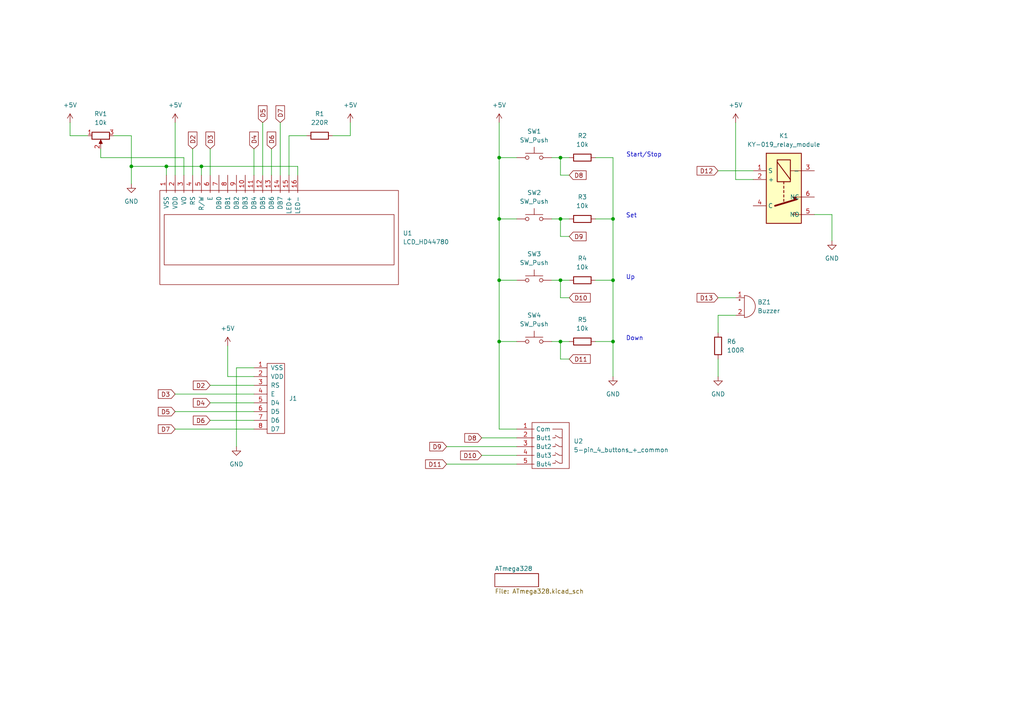
<source format=kicad_sch>
(kicad_sch (version 20211123) (generator eeschema)
  (paper "A4")
  (title_block (title "ardOnTImer-ATmega") (date "2022-09-09") (rev "0.2"))
  (lib_symbols
    (symbol "Device:Buzzer" (pin_names (offset 0.0254) hide)
      (property "Reference" "BZ" (at 3.81 1.27 0))
      (property "Value" "Buzzer" (at 3.81 -1.27 0))
      (symbol "Buzzer_0_1"
        (arc (start 0 -3.175) (mid 3.175 0) (end 0 3.175))
        (polyline (pts (xy -1.651 1.905) (xy -1.143 1.905)))
        (polyline (pts (xy -1.397 2.159) (xy -1.397 1.651)))
        (polyline (pts (xy 0 3.175) (xy 0 -3.175)))
      )
      (symbol "Buzzer_1_1"
        (pin passive line (at -2.54 2.54 0) (length 2.54) (name "-") (number "1"))
        (pin passive line (at -2.54 -2.54 0) (length 2.54) (name "+") (number "2"))
      )
    )
    (symbol "Device:R" (pin_numbers hide) (pin_names (offset 0))
      (property "Reference" "R" (at 2.032 0 90))
      (property "Value" "R" (at 0 0 90))
      (symbol "R_0_1"
        (rectangle (start -1.016 -2.54) (end 1.016 2.54) (stroke (width 0.254)))
      )
      (symbol "R_1_1"
        (pin passive line (at 0 3.81 270) (length 1.27) (name "~") (number "1"))
        (pin passive line (at 0 -3.81 90) (length 1.27) (name "~") (number "2"))
      )
    )
    (symbol "Device:R_Potentiometer" (pin_names (offset 1.016) hide)
      (property "Reference" "RV" (at -4.445 0 90))
      (property "Value" "R_Potentiometer" (at -2.54 0 90))
      (symbol "R_Potentiometer_0_1"
        (polyline (pts (xy 2.54 0) (xy 1.524 0)))
        (polyline (pts (xy 1.143 0) (xy 2.286 0.508) (xy 2.286 -0.508) (xy 1.143 0)) (fill (type outline)))
        (rectangle (start 1.016 2.54) (end -1.016 -2.54) (stroke (width 0.254)))
      )
      (symbol "R_Potentiometer_1_1"
        (pin passive line (at 0 3.81 270) (length 1.27) (name "1") (number "1"))
        (pin passive line (at 3.81 0 180) (length 1.27) (name "2") (number "2"))
        (pin passive line (at 0 -3.81 90) (length 1.27) (name "3") (number "3"))
      )
    )
    (symbol "My_Headers:5-pin_4_buttons_+_common"
      (property "Reference" "U" (at 5.08 3.175 0))
      (property "Value" "5-pin_4_buttons_+_common" (at 9.525 -12.7 0))
      (symbol "5-pin_4_buttons_+_common_0_1"
        (polyline (pts (xy 11.176 -1.778) (xy 12.446 -2.54)) (stroke (width 0.1524)))
        (polyline (pts (xy 10.414 -9.906) (xy 11.176 -9.906) (xy 11.176 -9.652)) (stroke (width 0.1524)))
        (polyline (pts (xy 10.414 -7.62) (xy 11.176 -7.62) (xy 11.176 -7.366)) (stroke (width 0.1524)))
        (polyline (pts (xy 10.414 -5.08) (xy 11.176 -5.08) (xy 11.176 -4.826)) (stroke (width 0.1524)))
        (polyline (pts (xy 10.414 -2.54) (xy 11.176 -2.54) (xy 11.176 -2.286)) (stroke (width 0.1524)))
        (polyline (pts (xy 11.176 -6.858) (xy 12.446 -7.62) (xy 13.208 -7.62)) (stroke (width 0.1524)))
        (polyline (pts (xy 12.446 -2.54) (xy 13.208 -2.54) (xy 13.208 -9.906)) (stroke (width 0.1524)))
        (polyline (pts (xy 13.208 -9.906) (xy 12.446 -9.906) (xy 11.176 -9.144)) (stroke (width 0.1524)))
        (polyline (pts (xy 13.208 -5.08) (xy 12.446 -5.08) (xy 11.176 -4.318)) (stroke (width 0.1524)))
        (polyline (pts (xy 13.208 -2.54) (xy 13.208 0) (xy 10.414 0)) (stroke (width 0.1524)))
        (polyline (pts (xy 4.445 1.905) (xy 15.24 1.905) (xy 15.24 -11.43) (xy 4.445 -11.43) (xy 4.445 1.905)) (stroke (width 0.1524)))
      )
      (symbol "5-pin_4_buttons_+_common_1_1"
        (pin input line (at 0 0 0) (length 5.08) (name "Com") (number "1"))
        (pin output line (at 0 -2.54 0) (length 5.08) (name "But1") (number "2"))
        (pin output line (at 0 -5.08 0) (length 5.08) (name "But2") (number "3"))
        (pin output line (at 0 -7.62 0) (length 5.08) (name "But3") (number "4"))
        (pin output line (at 0 -10.16 0) (length 5.08) (name "But4") (number "5"))
      )
    )
    (symbol "My_Headers:8-pin_header_LCD_interface" (pin_names (offset 1.016))
      (property "Reference" "J" (at 0 10.16 0))
      (symbol "8-pin_header_LCD_interface_0_1"
        (rectangle (start -1.27 8.89) (end 3.81 -11.43))
      )
      (symbol "8-pin_header_LCD_interface_1_1"
        (pin input line (at -5.08 7.62 0) (length 3.81) (name "VSS") (number "1"))
        (pin input line (at -5.08 5.08 0) (length 3.81) (name "VDD") (number "2"))
        (pin input line (at -5.08 2.54 0) (length 3.81) (name "RS") (number "3"))
        (pin input line (at -5.08 0 0) (length 3.81) (name "E") (number "4"))
        (pin input line (at -5.08 -2.54 0) (length 3.81) (name "D4") (number "5"))
        (pin input line (at -5.08 -5.08 0) (length 3.81) (name "D5") (number "6"))
        (pin input line (at -5.08 -7.62 0) (length 3.81) (name "D6") (number "7"))
        (pin input line (at -5.08 -10.16 0) (length 3.81) (name "D7") (number "8"))
      )
    )
    (symbol "My_Headers:LCD_HD44780" (pin_names (offset 1.016))
      (property "Reference" "U" (at 54.61 -2.54 0))
      (property "Value" "LCD_HD44780" (at 6.35 -33.655 0))
      (symbol "LCD_HD44780_0_1"
        (rectangle (start -0.635 -11.43) (end 66.04 -26.035))
        (polyline (pts (xy -1.905 -4.445) (xy 67.31 -4.445) (xy 67.31 -31.75) (xy -1.905 -31.75) (xy -1.905 -4.445)))
      )
      (symbol "LCD_HD44780_1_1"
        (pin input line (at 0 0 270) (length 5.08) (name "VSS") (number "1"))
        (pin input line (at 22.86 0 270) (length 5.08) (name "DB3") (number "10"))
        (pin input line (at 25.4 0 270) (length 5.08) (name "DB4") (number "11"))
        (pin input line (at 27.94 0 270) (length 5.08) (name "DB5") (number "12"))
        (pin input line (at 30.48 0 270) (length 5.08) (name "DB6") (number "13"))
        (pin input line (at 33.02 0 270) (length 5.08) (name "DB7") (number "14"))
        (pin input line (at 35.56 0 270) (length 5.08) (name "LED+") (number "15"))
        (pin input line (at 38.1 0 270) (length 5.08) (name "LED-") (number "16"))
        (pin input line (at 2.54 0 270) (length 5.08) (name "VDD") (number "2"))
        (pin input line (at 5.08 0 270) (length 5.08) (name "VO") (number "3"))
        (pin input line (at 7.62 0 270) (length 5.08) (name "RS") (number "4"))
        (pin input line (at 10.16 0 270) (length 5.08) (name "R/W") (number "5"))
        (pin input line (at 12.7 0 270) (length 5.08) (name "E") (number "6"))
        (pin input line (at 15.24 0 270) (length 5.08) (name "DB0") (number "7"))
        (pin input line (at 17.78 0 270) (length 5.08) (name "DB1") (number "8"))
        (pin input line (at 20.32 0 270) (length 5.08) (name "DB2") (number "9"))
      )
    )
    (symbol "My_Parts:KY-019_relay_module"
      (property "Reference" "K" (at 4.445 6.35 0))
      (property "Value" "KY-019_relay_module" (at -2.54 -17.145 0))
      (symbol "KY-019_relay_module_0_0"
        (polyline (pts (xy 13.97 -12.7) (xy 11.43 -12.7) (xy 12.065 -12.065) (xy 12.7 -12.7)))
      )
      (symbol "KY-019_relay_module_0_1"
        (polyline (pts (xy 6.35 -10.16) (xy 12.7 -8.255)) (stroke (width 0.508)))
        (polyline (pts (xy 6.985 2.54) (xy 10.795 -2.54)) (stroke (width 0.254)))
        (polyline (pts (xy 8.89 -8.255) (xy 8.89 -8.89)) (stroke (width 0.254)))
        (polyline (pts (xy 8.89 -6.985) (xy 8.89 -7.62)) (stroke (width 0.254)))
        (polyline (pts (xy 8.89 -5.715) (xy 8.89 -6.35)) (stroke (width 0.254)))
        (polyline (pts (xy 8.89 -4.445) (xy 8.89 -5.08)) (stroke (width 0.254)))
        (polyline (pts (xy 8.89 -3.175) (xy 8.89 -3.81)) (stroke (width 0.254)))
        (polyline (pts (xy 13.97 0) (xy 10.795 0)))
        (polyline (pts (xy 13.97 -7.62) (xy 11.43 -7.62) (xy 12.065 -8.255) (xy 12.7 -7.62)) (fill (type outline)))
        (rectangle (start 10.795 3.175) (end 6.985 -3.175) (stroke (width 0.254)))
        (rectangle (start 13.97 5.08) (end 3.81 -15.24) (stroke (width 0.254)) (fill (type background)))
      )
      (symbol "KY-019_relay_module_1_1"
        (pin input line (at 0 0 0) (length 3.81) (name "S") (number "1"))
        (pin power_in line (at 0 -2.54 0) (length 3.81) (name "+") (number "2"))
        (pin power_in line (at 17.78 0 180) (length 3.81) (name "-") (number "3"))
        (pin passive line (at 0 -10.16 0) (length 3.81) (name "C") (number "4"))
        (pin passive line (at 17.78 -12.7 180) (length 3.81) (name "NO") (number "5"))
        (pin passive line (at 17.78 -7.62 180) (length 3.81) (name "NC") (number "6"))
      )
    )
    (symbol "Switch:SW_Push" (pin_numbers hide) (pin_names (offset 1.016) hide)
      (property "Reference" "SW" (at 1.27 2.54 0))
      (property "Value" "SW_Push" (at 0 -1.524 0))
      (symbol "SW_Push_0_1"
        (circle (center -2.032 0) (radius 0.508))
        (polyline (pts (xy 0 1.27) (xy 0 3.048)))
        (polyline (pts (xy 2.54 1.27) (xy -2.54 1.27)))
        (circle (center 2.032 0) (radius 0.508))
        (pin passive line (at -5.08 0 0) (length 2.54) (name "1") (number "1"))
        (pin passive line (at 5.08 0 180) (length 2.54) (name "2") (number "2"))
      )
    )
    (symbol "power:+5V" (power) (pin_names (offset 0))
      (property "Value" "+5V" (at 0 3.556 0))
      (symbol "+5V_0_1"
        (polyline (pts (xy -0.762 1.27) (xy 0 2.54)))
        (polyline (pts (xy 0 0) (xy 0 2.54)))
        (polyline (pts (xy 0 2.54) (xy 0.762 1.27)))
      )
      (symbol "+5V_1_1"
        (pin power_in line (at 0 0 90) (length 0) hide (name "+5V") (number "1"))
      )
    )
    (symbol "power:GND" (power) (pin_names (offset 0))
      (property "Value" "GND" (at 0 -3.81 0))
      (symbol "GND_0_1"
        (polyline (pts (xy 0 0) (xy 0 -1.27) (xy 1.27 -1.27) (xy 0 -2.54) (xy -1.27 -1.27) (xy 0 -1.27)))
      )
      (symbol "GND_1_1"
        (pin power_in line (at 0 0 270) (length 0) hide (name "GND") (number "1"))
      )
    )
  )
  (junction (at 162.56 81.28))
  (junction (at 162.56 63.5))
  (junction (at 144.78 45.72))
  (junction (at 177.8 63.5))
  (junction (at 48.26 48.26))
  (junction (at 177.8 81.28))
  (junction (at 144.78 63.5))
  (junction (at 144.78 99.06))
  (junction (at 38.1 48.26))
  (junction (at 58.42 48.26))
  (junction (at 162.56 99.06))
  (junction (at 177.8 99.06))
  (junction (at 162.56 45.72))
  (junction (at 144.78 81.28))
  (wire (pts (xy 129.54 129.54) (xy 149.86 129.54)))
  (wire (pts (xy 165.1 50.8) (xy 162.56 50.8)))
  (wire (pts (xy 144.78 99.06) (xy 144.78 81.28)))
  (wire (pts (xy 86.36 48.26) (xy 86.36 50.8)))
  (wire (pts (xy 73.66 106.68) (xy 68.58 106.68)))
  (wire (pts (xy 73.66 43.18) (xy 73.66 50.8)))
  (wire (pts (xy 76.2 35.56) (xy 76.2 50.8)))
  (wire (pts (xy 139.7 132.08) (xy 149.86 132.08)))
  (wire (pts (xy 83.82 39.37) (xy 83.82 50.8)))
  (wire (pts (xy 50.8 119.38) (xy 73.66 119.38)))
  (wire (pts (xy 33.02 39.37) (xy 38.1 39.37)))
  (wire (pts (xy 129.54 134.62) (xy 149.86 134.62)))
  (wire (pts (xy 53.34 50.8) (xy 53.34 45.72)))
  (wire (pts (xy 218.44 52.07) (xy 213.36 52.07)))
  (wire (pts (xy 172.72 81.28) (xy 177.8 81.28)))
  (wire (pts (xy 29.21 45.72) (xy 29.21 43.18)))
  (wire (pts (xy 165.1 86.36) (xy 162.56 86.36)))
  (wire (pts (xy 162.56 63.5) (xy 165.1 63.5)))
  (wire (pts (xy 213.36 91.44) (xy 208.28 91.44)))
  (wire (pts (xy 160.02 63.5) (xy 162.56 63.5)))
  (wire (pts (xy 58.42 48.26) (xy 86.36 48.26)))
  (wire (pts (xy 48.26 48.26) (xy 58.42 48.26)))
  (wire (pts (xy 241.3 69.85) (xy 241.3 62.23)))
  (wire (pts (xy 55.88 43.18) (xy 55.88 50.8)))
  (wire (pts (xy 38.1 39.37) (xy 38.1 48.26)))
  (wire (pts (xy 73.66 109.22) (xy 66.04 109.22)))
  (wire (pts (xy 172.72 63.5) (xy 177.8 63.5)))
  (wire (pts (xy 213.36 52.07) (xy 213.36 35.56)))
  (wire (pts (xy 177.8 45.72) (xy 172.72 45.72)))
  (wire (pts (xy 162.56 99.06) (xy 165.1 99.06)))
  (wire (pts (xy 50.8 124.46) (xy 73.66 124.46)))
  (wire (pts (xy 172.72 99.06) (xy 177.8 99.06)))
  (wire (pts (xy 58.42 48.26) (xy 58.42 50.8)))
  (wire (pts (xy 144.78 63.5) (xy 144.78 45.72)))
  (wire (pts (xy 208.28 91.44) (xy 208.28 96.52)))
  (wire (pts (xy 160.02 45.72) (xy 162.56 45.72)))
  (wire (pts (xy 162.56 104.14) (xy 162.56 99.06)))
  (wire (pts (xy 50.8 114.3) (xy 73.66 114.3)))
  (wire (pts (xy 38.1 48.26) (xy 48.26 48.26)))
  (wire (pts (xy 160.02 99.06) (xy 162.56 99.06)))
  (wire (pts (xy 60.96 111.76) (xy 73.66 111.76)))
  (wire (pts (xy 144.78 81.28) (xy 149.86 81.28)))
  (wire (pts (xy 60.96 43.18) (xy 60.96 50.8)))
  (wire (pts (xy 177.8 63.5) (xy 177.8 45.72)))
  (wire (pts (xy 139.7 127) (xy 149.86 127)))
  (wire (pts (xy 165.1 104.14) (xy 162.56 104.14)))
  (wire (pts (xy 144.78 124.46) (xy 144.78 99.06)))
  (wire (pts (xy 177.8 99.06) (xy 177.8 81.28)))
  (wire (pts (xy 162.56 81.28) (xy 165.1 81.28)))
  (wire (pts (xy 144.78 63.5) (xy 149.86 63.5)))
  (wire (pts (xy 149.86 99.06) (xy 144.78 99.06)))
  (wire (pts (xy 48.26 50.8) (xy 48.26 48.26)))
  (wire (pts (xy 241.3 62.23) (xy 236.22 62.23)))
  (wire (pts (xy 66.04 109.22) (xy 66.04 100.33)))
  (wire (pts (xy 160.02 81.28) (xy 162.56 81.28)))
  (wire (pts (xy 177.8 81.28) (xy 177.8 63.5)))
  (wire (pts (xy 162.56 86.36) (xy 162.56 81.28)))
  (wire (pts (xy 20.32 39.37) (xy 20.32 35.56)))
  (wire (pts (xy 165.1 68.58) (xy 162.56 68.58)))
  (wire (pts (xy 50.8 35.56) (xy 50.8 50.8)))
  (wire (pts (xy 162.56 50.8) (xy 162.56 45.72)))
  (wire (pts (xy 60.96 116.84) (xy 73.66 116.84)))
  (wire (pts (xy 60.96 121.92) (xy 73.66 121.92)))
  (wire (pts (xy 208.28 49.53) (xy 218.44 49.53)))
  (wire (pts (xy 78.74 43.18) (xy 78.74 50.8)))
  (wire (pts (xy 162.56 68.58) (xy 162.56 63.5)))
  (wire (pts (xy 162.56 45.72) (xy 165.1 45.72)))
  (wire (pts (xy 29.21 45.72) (xy 53.34 45.72)))
  (wire (pts (xy 177.8 99.06) (xy 177.8 109.22)))
  (wire (pts (xy 144.78 45.72) (xy 149.86 45.72)))
  (wire (pts (xy 208.28 86.36) (xy 213.36 86.36)))
  (wire (pts (xy 149.86 124.46) (xy 144.78 124.46)))
  (wire (pts (xy 81.28 35.56) (xy 81.28 50.8)))
  (wire (pts (xy 101.6 35.56) (xy 101.6 39.37)))
  (wire (pts (xy 101.6 39.37) (xy 96.52 39.37)))
  (wire (pts (xy 144.78 35.56) (xy 144.78 45.72)))
  (wire (pts (xy 38.1 48.26) (xy 38.1 53.34)))
  (wire (pts (xy 208.28 104.14) (xy 208.28 109.22)))
  (wire (pts (xy 25.4 39.37) (xy 20.32 39.37)))
  (wire (pts (xy 144.78 81.28) (xy 144.78 63.5)))
  (wire (pts (xy 68.58 106.68) (xy 68.58 129.54)))
  (wire (pts (xy 88.9 39.37) (xy 83.82 39.37)))
  (text "Start/Stop" (at 181.61 45.72 0) (effects (font (size 1.27 1.27)) (justify left bottom)))
  (text "Up" (at 181.5228 81.242 0) (effects (font (size 1.27 1.27)) (justify left bottom)))
  (text "Down" (at 181.5228 98.9639 0) (effects (font (size 1.27 1.27)) (justify left bottom)))
  (text "Set" (at 181.5228 63.3646 0) (effects (font (size 1.27 1.27)) (justify left bottom)))
  (global_label "D5" (shape input) (at 50.8 119.38 180) (property "Intersheet References" "${INTERSHEET_REFS}" (effects hide)))
  (global_label "D7" (shape input) (at 81.28 35.56 90) (property "Intersheet References" "${INTERSHEET_REFS}" (effects hide)))
  (global_label "D3" (shape input) (at 60.96 43.18 90) (property "Intersheet References" "${INTERSHEET_REFS}" (effects hide)))
  (global_label "D6" (shape input) (at 78.74 43.18 90) (property "Intersheet References" "${INTERSHEET_REFS}" (effects hide)))
  (global_label "D11" (shape input) (at 165.1 104.14 0) (property "Intersheet References" "${INTERSHEET_REFS}" (effects hide)))
  (global_label "D8" (shape input) (at 139.7 127 180) (property "Intersheet References" "${INTERSHEET_REFS}" (effects hide)))
  (global_label "D13" (shape input) (at 208.28 86.36 180) (property "Intersheet References" "${INTERSHEET_REFS}" (effects hide)))
  (global_label "D7" (shape input) (at 50.8 124.46 180) (property "Intersheet References" "${INTERSHEET_REFS}" (effects hide)))
  (global_label "D10" (shape input) (at 139.7 132.08 180) (property "Intersheet References" "${INTERSHEET_REFS}" (effects hide)))
  (global_label "D4" (shape input) (at 60.96 116.84 180) (property "Intersheet References" "${INTERSHEET_REFS}" (effects hide)))
  (global_label "D5" (shape input) (at 76.2 35.56 90) (property "Intersheet References" "${INTERSHEET_REFS}" (effects hide)))
  (global_label "D11" (shape input) (at 129.54 134.62 180) (property "Intersheet References" "${INTERSHEET_REFS}" (effects hide)))
  (global_label "D8" (shape input) (at 165.1 50.8 0) (property "Intersheet References" "${INTERSHEET_REFS}" (effects hide)))
  (global_label "D9" (shape input) (at 165.1 68.58 0) (property "Intersheet References" "${INTERSHEET_REFS}" (effects hide)))
  (global_label "D3" (shape input) (at 50.8 114.3 180) (property "Intersheet References" "${INTERSHEET_REFS}" (effects hide)))
  (global_label "D2" (shape input) (at 60.96 111.76 180) (property "Intersheet References" "${INTERSHEET_REFS}" (effects hide)))
  (global_label "D2" (shape input) (at 55.88 43.18 90) (property "Intersheet References" "${INTERSHEET_REFS}" (effects hide)))
  (global_label "D12" (shape input) (at 208.28 49.53 180) (property "Intersheet References" "${INTERSHEET_REFS}" (effects hide)))
  (global_label "D6" (shape input) (at 60.96 121.92 180) (property "Intersheet References" "${INTERSHEET_REFS}" (effects hide)))
  (global_label "D10" (shape input) (at 165.1 86.36 0) (property "Intersheet References" "${INTERSHEET_REFS}" (effects hide)))
  (global_label "D9" (shape input) (at 129.54 129.54 180) (property "Intersheet References" "${INTERSHEET_REFS}" (effects hide)))
  (global_label "D4" (shape input) (at 73.66 43.18 90) (property "Intersheet References" "${INTERSHEET_REFS}" (effects hide)))
  (symbol (lib_id "power:+5V") (at 50.8 35.56 0) (unit 1)
    (property "Reference" "#PWR03" (effects hide))
    (property "Value" "+5V" (at 50.8 30.48 0))
  )
  (symbol (lib_id "My_Headers:LCD_HD44780") (at 48.26 50.8 0) (unit 1)
    (property "Reference" "U1" (at 116.84 67.6274 0) (effects (justify left)))
    (property "Value" "LCD_HD44780" (at 116.84 70.1674 0) (effects (justify left)))
    (property "Footprint" "My_Parts:LCD_HD44780_16x2_w_headers_large" (effects hide))
  )
  (symbol (lib_id "My_Headers:8-pin_header_LCD_interface") (at 78.74 114.3 0) (unit 1)
    (property "Reference" "J1" (at 83.82 115.5699 0) (effects (justify left)))
    (property "Value" "8-pin_header_LCD_interface" (effects hide))
    (property "Footprint" "My_Headers:8-pin JST LCD" (effects hide))
  )
  (symbol (lib_id "Device:R") (at 168.91 81.28 90) (unit 1)
    (property "Reference" "R4" (at 168.91 74.93 90))
    (property "Value" "10k" (at 168.91 77.47 90))
    (property "Footprint" "My_Misc:R_Axial_DIN0207_L6.3mm_D2.5mm_P10.16mm_Horizontal_larger_pads" (effects hide))
  )
  (symbol (lib_id "Device:R_Potentiometer") (at 29.21 39.37 90) (mirror x) (unit 1)
    (property "Reference" "RV1" (at 29.21 33.02 90))
    (property "Value" "10k" (at 29.21 35.56 90))
    (property "Footprint" "My_Misc:Potentiometer_Bourns_3339P_Vertical_large" (effects hide))
  )
  (symbol (lib_id "Switch:SW_Push") (at 154.94 81.28 0) (unit 1)
    (property "Reference" "SW3" (at 154.94 73.66 0))
    (property "Value" "SW_Push" (at 154.94 76.2 0))
    (property "Footprint" "My_Misc:SW_PUSH_6mm_large" (effects hide))
  )
  (symbol (lib_id "power:+5V") (at 101.6 35.56 0) (unit 1)
    (property "Reference" "#PWR06" (effects hide))
    (property "Value" "+5V" (at 101.6 30.48 0))
  )
  (symbol (lib_id "My_Headers:5-pin_4_buttons_+_common") (at 149.86 124.46 0) (unit 1)
    (property "Reference" "U2" (at 166.37 127.9524 0) (effects (justify left)))
    (property "Value" "5-pin_4_buttons_+_common" (at 166.37 130.4924 0) (effects (justify left)))
    (property "Footprint" "My_Headers:5-pin JST 4 buttons + common" (effects hide))
  )
  (symbol (lib_id "power:GND") (at 241.3 69.85 0) (unit 1)
    (property "Reference" "#PWR011" (effects hide))
    (property "Value" "GND" (at 241.3 74.93 0))
  )
  (symbol (lib_id "power:GND") (at 208.28 109.22 0) (unit 1)
    (property "Reference" "#PWR09" (effects hide))
    (property "Value" "GND" (at 208.28 114.3 0))
  )
  (symbol (lib_id "power:+5V") (at 20.32 35.56 0) (unit 1)
    (property "Reference" "#PWR01" (effects hide))
    (property "Value" "+5V" (at 20.32 30.48 0))
  )
  (symbol (lib_id "Device:R") (at 168.91 63.5 90) (unit 1)
    (property "Reference" "R3" (at 168.91 57.15 90))
    (property "Value" "10k" (at 168.91 59.69 90))
    (property "Footprint" "My_Misc:R_Axial_DIN0207_L6.3mm_D2.5mm_P10.16mm_Horizontal_larger_pads" (effects hide))
  )
  (symbol (lib_id "Device:R") (at 92.71 39.37 90) (unit 1)
    (property "Reference" "R1" (at 92.71 33.02 90))
    (property "Value" "220R" (at 92.71 35.56 90))
    (property "Footprint" "My_Misc:R_Axial_DIN0207_L6.3mm_D2.5mm_P10.16mm_Horizontal_larger_pads" (effects hide))
  )
  (symbol (lib_id "Switch:SW_Push") (at 154.94 45.72 0) (unit 1)
    (property "Reference" "SW1" (at 154.94 38.1 0))
    (property "Value" "SW_Push" (at 154.94 40.64 0))
    (property "Footprint" "My_Misc:SW_PUSH_6mm_large" (effects hide))
  )
  (symbol (lib_id "Device:R") (at 208.28 100.33 0) (unit 1)
    (property "Reference" "R6" (at 210.82 99.0599 0) (effects (justify left)))
    (property "Value" "100R" (at 210.82 101.5999 0) (effects (justify left)))
    (property "Footprint" "My_Misc:R_Axial_DIN0207_L6.3mm_D2.5mm_P10.16mm_Horizontal_larger_pads" (effects hide))
  )
  (symbol (lib_id "Switch:SW_Push") (at 154.94 99.06 0) (unit 1)
    (property "Reference" "SW4" (at 154.94 91.44 0))
    (property "Value" "SW_Push" (at 154.94 93.98 0))
    (property "Footprint" "My_Misc:SW_PUSH_6mm_large" (effects hide))
  )
  (symbol (lib_id "Device:R") (at 168.91 45.72 90) (unit 1)
    (property "Reference" "R2" (at 168.91 39.37 90))
    (property "Value" "10k" (at 168.91 41.91 90))
    (property "Footprint" "My_Misc:R_Axial_DIN0207_L6.3mm_D2.5mm_P10.16mm_Horizontal_larger_pads" (effects hide))
  )
  (symbol (lib_id "power:GND") (at 38.1 53.34 0) (unit 1)
    (property "Reference" "#PWR02" (effects hide))
    (property "Value" "GND" (at 38.1 58.42 0))
  )
  (symbol (lib_id "My_Parts:KY-019_relay_module") (at 218.44 49.53 0) (unit 1)
    (property "Reference" "K1" (at 227.33 39.37 0))
    (property "Value" "KY-019_relay_module" (at 227.33 41.91 0))
    (property "Footprint" "My_Parts:KY-019_Relay_module_w_header_large" (effects hide))
  )
  (symbol (lib_id "Switch:SW_Push") (at 154.94 63.5 0) (unit 1)
    (property "Reference" "SW2" (at 154.94 55.88 0))
    (property "Value" "SW_Push" (at 154.94 58.42 0))
    (property "Footprint" "My_Misc:SW_PUSH_6mm_large" (effects hide))
  )
  (symbol (lib_id "Device:Buzzer") (at 215.9 88.9 0) (unit 1)
    (property "Reference" "BZ1" (at 219.71 87.6299 0) (effects (justify left)))
    (property "Value" "Buzzer" (at 219.71 90.1699 0) (effects (justify left)))
    (property "Footprint" "My_Misc:Buzzer_TDK_PS1240P02BT_D12.2mm_H6.5mm_large" (effects hide))
  )
  (symbol (lib_id "Device:R") (at 168.91 99.06 90) (unit 1)
    (property "Reference" "R5" (at 168.91 92.71 90))
    (property "Value" "10k" (at 168.91 95.25 90))
    (property "Footprint" "My_Misc:R_Axial_DIN0207_L6.3mm_D2.5mm_P10.16mm_Horizontal_larger_pads" (effects hide))
  )
  (symbol (lib_id "power:GND") (at 68.58 129.54 0) (unit 1)
    (property "Reference" "#PWR05" (effects hide))
    (property "Value" "GND" (at 68.58 134.62 0))
  )
  (symbol (lib_id "power:+5V") (at 213.36 35.56 0) (unit 1)
    (property "Reference" "#PWR010" (effects hide))
    (property "Value" "+5V" (at 213.36 30.48 0))
  )
  (symbol (lib_id "power:+5V") (at 66.04 100.33 0) (unit 1)
    (property "Reference" "#PWR04" (effects hide))
    (property "Value" "+5V" (at 66.04 95.25 0))
  )
  (symbol (lib_id "power:+5V") (at 144.78 35.56 0) (unit 1)
    (property "Reference" "#PWR07" (effects hide))
    (property "Value" "+5V" (at 144.78 30.48 0))
  )
  (symbol (lib_id "power:GND") (at 177.8 109.22 0) (unit 1)
    (property "Reference" "#PWR08" (effects hide))
    (property "Value" "GND" (at 177.8 114.3 0))
  )
  (sheet (at 143.51 166.37) (size 12.7 3.81) (stroke (width 0.1524))
    (property "Sheet name" "ATmega328" (at 143.51 165.6584 0) (effects (justify left bottom)))
    (property "Sheet file" "ATmega328.kicad_sch" (at 143.51 170.7646 0) (effects (justify left top)))
  )
)
</source>
